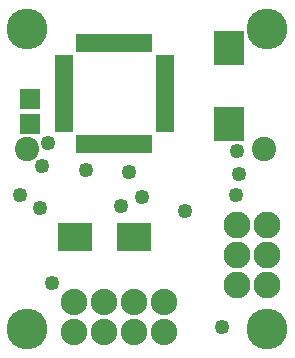
<source format=gts>
G04 MADE WITH FRITZING*
G04 WWW.FRITZING.ORG*
G04 DOUBLE SIDED*
G04 HOLES PLATED*
G04 CONTOUR ON CENTER OF CONTOUR VECTOR*
%ASAXBY*%
%FSLAX23Y23*%
%MOIN*%
%OFA0B0*%
%SFA1.0B1.0*%
%ADD10C,0.135984*%
%ADD11C,0.089370*%
%ADD12C,0.081181*%
%ADD13C,0.088000*%
%ADD14C,0.049370*%
%ADD15R,0.032000X0.060000*%
%ADD16R,0.060000X0.032000*%
%ADD17R,0.069055X0.065118*%
%ADD18R,0.104488X0.112362*%
%ADD19R,0.112362X0.096614*%
%LNMASK1*%
G90*
G70*
G54D10*
X898Y133D03*
X98Y133D03*
X898Y1133D03*
X98Y1133D03*
G54D11*
X798Y479D03*
X798Y379D03*
X798Y279D03*
X798Y479D03*
X798Y379D03*
X798Y279D03*
X898Y279D03*
X898Y379D03*
X898Y479D03*
G54D12*
X885Y733D03*
X98Y733D03*
X885Y733D03*
X98Y733D03*
X885Y733D03*
X98Y733D03*
G54D13*
X252Y123D03*
X352Y123D03*
X452Y123D03*
X552Y123D03*
X252Y123D03*
X352Y123D03*
X452Y123D03*
X552Y123D03*
X552Y223D03*
X452Y223D03*
X352Y223D03*
X252Y223D03*
G54D14*
X409Y543D03*
X293Y662D03*
X480Y573D03*
X181Y287D03*
X148Y676D03*
X435Y655D03*
X804Y651D03*
X141Y537D03*
X748Y139D03*
X167Y753D03*
X622Y527D03*
X794Y581D03*
X72Y579D03*
X798Y726D03*
G54D15*
X277Y750D03*
X309Y750D03*
X340Y750D03*
X372Y750D03*
X403Y750D03*
X435Y750D03*
X466Y750D03*
X498Y750D03*
G54D16*
X557Y808D03*
X557Y840D03*
X557Y871D03*
X557Y903D03*
X557Y934D03*
X557Y966D03*
X557Y997D03*
X557Y1029D03*
G54D15*
X498Y1088D03*
X466Y1088D03*
X435Y1088D03*
X403Y1088D03*
X372Y1088D03*
X340Y1088D03*
X309Y1088D03*
X277Y1088D03*
G54D16*
X219Y1029D03*
X219Y997D03*
X219Y966D03*
X219Y934D03*
X219Y903D03*
X219Y871D03*
X219Y840D03*
X219Y808D03*
G54D17*
X107Y899D03*
X107Y818D03*
G54D18*
X769Y817D03*
X769Y1069D03*
G54D19*
X256Y439D03*
X453Y439D03*
G04 End of Mask1*
M02*
</source>
